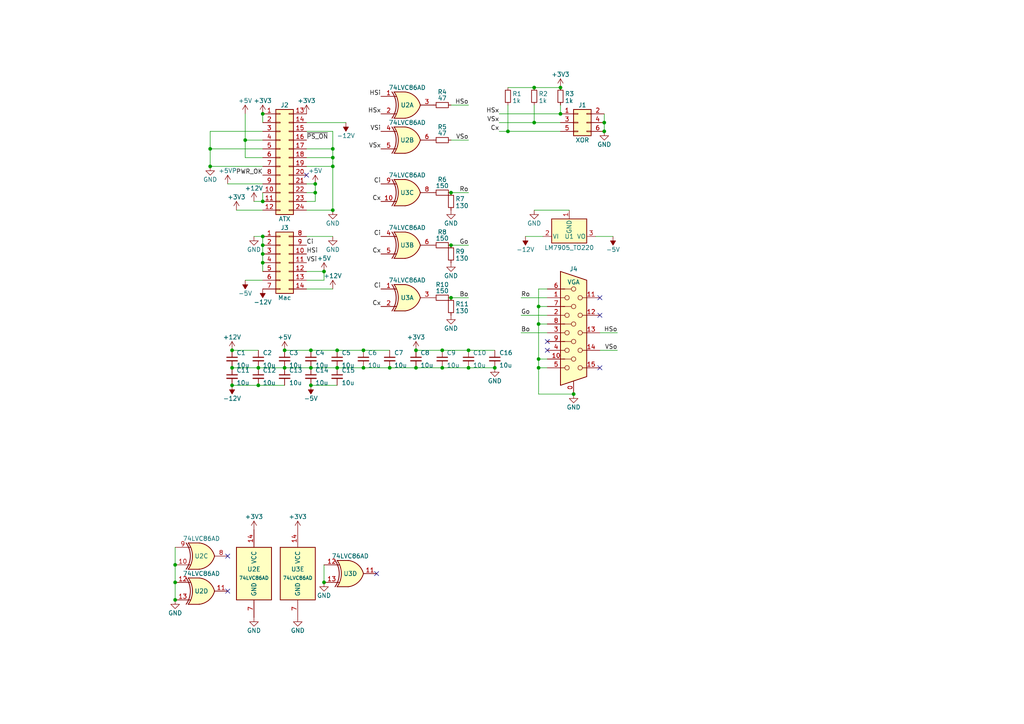
<source format=kicad_sch>
(kicad_sch (version 20211123) (generator eeschema)
  (paper "A4")
  (lib_symbols
    (symbol "74xx:74LS86" (pin_names (offset 1.016))
      (property "Reference" "U" (at 0 1.27 0))
      (property "Value" "74LS86" (at 0 -1.27 0))
      (symbol "74LS86_1_0"
        (arc (start -4.4196 -3.81) (mid -3.2033 0) (end -4.4196 3.81) (stroke (width 0.254)))
        (arc (start -3.81 -3.81) (mid -2.589 0) (end -3.81 3.81) (stroke (width 0.254)))
        (arc (start -0.6096 -3.81) (mid 2.1855 -2.584) (end 3.81 0) (stroke (width 0.254)) (fill (type background)))
        (polyline (pts (xy -3.81 -3.81) (xy -0.635 -3.81)) (stroke (width 0.254)) (fill (type background)))
        (polyline (pts (xy -3.81 3.81) (xy -0.635 3.81)) (stroke (width 0.254)) (fill (type background)))
        (polyline (pts (xy -0.635 3.81) (xy -3.81 3.81) (xy -3.81 3.81) (xy -3.556 3.4036) (xy -3.0226 2.2606) (xy -2.6924 1.0414) (xy -2.6162 -0.254) (xy -2.7686 -1.4986) (xy -3.175 -2.7178) (xy -3.81 -3.81) (xy -3.81 -3.81) (xy -0.635 -3.81)) (stroke (width -25.4)) (fill (type background)))
        (arc (start 3.81 0) (mid 2.1928 2.5925) (end -0.6096 3.81) (stroke (width 0.254)) (fill (type background)))
        (pin input line (at -7.62 2.54 0) (length 4.445) (name "~") (number "1"))
        (pin input line (at -7.62 -2.54 0) (length 4.445) (name "~") (number "2"))
        (pin output line (at 7.62 0 180) (length 3.81) (name "~") (number "3"))
      )
      (symbol "74LS86_1_1"
        (polyline (pts (xy -3.81 -2.54) (xy -3.175 -2.54)) (stroke (width 0.1524)))
        (polyline (pts (xy -3.81 2.54) (xy -3.175 2.54)) (stroke (width 0.1524)))
      )
      (symbol "74LS86_2_0"
        (arc (start -4.4196 -3.81) (mid -3.2033 0) (end -4.4196 3.81) (stroke (width 0.254)))
        (arc (start -3.81 -3.81) (mid -2.589 0) (end -3.81 3.81) (stroke (width 0.254)))
        (arc (start -0.6096 -3.81) (mid 2.1855 -2.584) (end 3.81 0) (stroke (width 0.254)) (fill (type background)))
        (polyline (pts (xy -3.81 -3.81) (xy -0.635 -3.81)) (stroke (width 0.254)) (fill (type background)))
        (polyline (pts (xy -3.81 3.81) (xy -0.635 3.81)) (stroke (width 0.254)) (fill (type background)))
        (polyline (pts (xy -0.635 3.81) (xy -3.81 3.81) (xy -3.81 3.81) (xy -3.556 3.4036) (xy -3.0226 2.2606) (xy -2.6924 1.0414) (xy -2.6162 -0.254) (xy -2.7686 -1.4986) (xy -3.175 -2.7178) (xy -3.81 -3.81) (xy -3.81 -3.81) (xy -0.635 -3.81)) (stroke (width -25.4)) (fill (type background)))
        (arc (start 3.81 0) (mid 2.1928 2.5925) (end -0.6096 3.81) (stroke (width 0.254)) (fill (type background)))
        (pin input line (at -7.62 2.54 0) (length 4.445) (name "~") (number "4"))
        (pin input line (at -7.62 -2.54 0) (length 4.445) (name "~") (number "5"))
        (pin output line (at 7.62 0 180) (length 3.81) (name "~") (number "6"))
      )
      (symbol "74LS86_2_1"
        (polyline (pts (xy -3.81 -2.54) (xy -3.175 -2.54)) (stroke (width 0.1524)))
        (polyline (pts (xy -3.81 2.54) (xy -3.175 2.54)) (stroke (width 0.1524)))
      )
      (symbol "74LS86_3_0"
        (arc (start -4.4196 -3.81) (mid -3.2033 0) (end -4.4196 3.81) (stroke (width 0.254)))
        (arc (start -3.81 -3.81) (mid -2.589 0) (end -3.81 3.81) (stroke (width 0.254)))
        (arc (start -0.6096 -3.81) (mid 2.1855 -2.584) (end 3.81 0) (stroke (width 0.254)) (fill (type background)))
        (polyline (pts (xy -3.81 -3.81) (xy -0.635 -3.81)) (stroke (width 0.254)) (fill (type background)))
        (polyline (pts (xy -3.81 3.81) (xy -0.635 3.81)) (stroke (width 0.254)) (fill (type background)))
        (polyline (pts (xy -0.635 3.81) (xy -3.81 3.81) (xy -3.81 3.81) (xy -3.556 3.4036) (xy -3.0226 2.2606) (xy -2.6924 1.0414) (xy -2.6162 -0.254) (xy -2.7686 -1.4986) (xy -3.175 -2.7178) (xy -3.81 -3.81) (xy -3.81 -3.81) (xy -0.635 -3.81)) (stroke (width -25.4)) (fill (type background)))
        (arc (start 3.81 0) (mid 2.1928 2.5925) (end -0.6096 3.81) (stroke (width 0.254)) (fill (type background)))
        (pin input line (at -7.62 -2.54 0) (length 4.445) (name "~") (number "10"))
        (pin output line (at 7.62 0 180) (length 3.81) (name "~") (number "8"))
        (pin input line (at -7.62 2.54 0) (length 4.445) (name "~") (number "9"))
      )
      (symbol "74LS86_3_1"
        (polyline (pts (xy -3.81 -2.54) (xy -3.175 -2.54)) (stroke (width 0.1524)))
        (polyline (pts (xy -3.81 2.54) (xy -3.175 2.54)) (stroke (width 0.1524)))
      )
      (symbol "74LS86_4_0"
        (arc (start -4.4196 -3.81) (mid -3.2033 0) (end -4.4196 3.81) (stroke (width 0.254)))
        (arc (start -3.81 -3.81) (mid -2.589 0) (end -3.81 3.81) (stroke (width 0.254)))
        (arc (start -0.6096 -3.81) (mid 2.1855 -2.584) (end 3.81 0) (stroke (width 0.254)) (fill (type background)))
        (polyline (pts (xy -3.81 -3.81) (xy -0.635 -3.81)) (stroke (width 0.254)) (fill (type background)))
        (polyline (pts (xy -3.81 3.81) (xy -0.635 3.81)) (stroke (width 0.254)) (fill (type background)))
        (polyline (pts (xy -0.635 3.81) (xy -3.81 3.81) (xy -3.81 3.81) (xy -3.556 3.4036) (xy -3.0226 2.2606) (xy -2.6924 1.0414) (xy -2.6162 -0.254) (xy -2.7686 -1.4986) (xy -3.175 -2.7178) (xy -3.81 -3.81) (xy -3.81 -3.81) (xy -0.635 -3.81)) (stroke (width -25.4)) (fill (type background)))
        (arc (start 3.81 0) (mid 2.1928 2.5925) (end -0.6096 3.81) (stroke (width 0.254)) (fill (type background)))
        (pin output line (at 7.62 0 180) (length 3.81) (name "~") (number "11"))
        (pin input line (at -7.62 2.54 0) (length 4.445) (name "~") (number "12"))
        (pin input line (at -7.62 -2.54 0) (length 4.445) (name "~") (number "13"))
      )
      (symbol "74LS86_4_1"
        (polyline (pts (xy -3.81 -2.54) (xy -3.175 -2.54)) (stroke (width 0.1524)))
        (polyline (pts (xy -3.81 2.54) (xy -3.175 2.54)) (stroke (width 0.1524)))
      )
      (symbol "74LS86_5_0"
        (pin power_in line (at 0 12.7 270) (length 5.08) (name "VCC") (number "14"))
        (pin power_in line (at 0 -12.7 90) (length 5.08) (name "GND") (number "7"))
      )
      (symbol "74LS86_5_1"
        (rectangle (start -5.08 7.62) (end 5.08 -7.62) (stroke (width 0.254)) (fill (type background)))
      )
    )
    (symbol "Connector:DB15_Female_HighDensity_MountingHoles" (pin_names (offset 1.016) hide)
      (property "Reference" "J" (at 0 21.59 0))
      (property "Value" "DB15_Female_HighDensity_MountingHoles" (at 0 19.05 0))
      (symbol "DB15_Female_HighDensity_MountingHoles_0_1"
        (circle (center -1.905 -10.16) (radius 0.635))
        (circle (center -1.905 -5.08) (radius 0.635))
        (circle (center -1.905 0) (radius 0.635))
        (circle (center -1.905 5.08) (radius 0.635))
        (circle (center -1.905 10.16) (radius 0.635))
        (circle (center 0 -7.62) (radius 0.635))
        (circle (center 0 -2.54) (radius 0.635))
        (polyline (pts (xy -3.175 7.62) (xy -0.635 7.62)))
        (polyline (pts (xy -0.635 -7.62) (xy -3.175 -7.62)))
        (polyline (pts (xy -0.635 -2.54) (xy -3.175 -2.54)))
        (polyline (pts (xy -0.635 2.54) (xy -3.175 2.54)))
        (polyline (pts (xy -0.635 12.7) (xy -3.175 12.7)))
        (polyline (pts (xy -3.81 17.78) (xy -3.81 -15.24) (xy 3.81 -12.7) (xy 3.81 15.24) (xy -3.81 17.78)) (stroke (width 0.254)) (fill (type background)))
        (circle (center 0 2.54) (radius 0.635))
        (circle (center 0 7.62) (radius 0.635))
        (circle (center 0 12.7) (radius 0.635))
        (circle (center 1.905 -10.16) (radius 0.635))
        (circle (center 1.905 -5.08) (radius 0.635))
        (circle (center 1.905 0) (radius 0.635))
        (circle (center 1.905 5.08) (radius 0.635))
        (circle (center 1.905 10.16) (radius 0.635))
      )
      (symbol "DB15_Female_HighDensity_MountingHoles_1_1"
        (pin passive line (at 0 -17.78 90) (length 3.81) (name "~") (number "0"))
        (pin passive line (at -7.62 10.16 0) (length 5.08) (name "~") (number "1"))
        (pin passive line (at -7.62 -7.62 0) (length 5.08) (name "~") (number "10"))
        (pin passive line (at 7.62 10.16 180) (length 5.08) (name "~") (number "11"))
        (pin passive line (at 7.62 5.08 180) (length 5.08) (name "~") (number "12"))
        (pin passive line (at 7.62 0 180) (length 5.08) (name "~") (number "13"))
        (pin passive line (at 7.62 -5.08 180) (length 5.08) (name "~") (number "14"))
        (pin passive line (at 7.62 -10.16 180) (length 5.08) (name "~") (number "15"))
        (pin passive line (at -7.62 5.08 0) (length 5.08) (name "~") (number "2"))
        (pin passive line (at -7.62 0 0) (length 5.08) (name "~") (number "3"))
        (pin passive line (at -7.62 -5.08 0) (length 5.08) (name "~") (number "4"))
        (pin passive line (at -7.62 -10.16 0) (length 5.08) (name "~") (number "5"))
        (pin passive line (at -7.62 12.7 0) (length 5.08) (name "~") (number "6"))
        (pin passive line (at -7.62 7.62 0) (length 5.08) (name "~") (number "7"))
        (pin passive line (at -7.62 2.54 0) (length 5.08) (name "~") (number "8"))
        (pin passive line (at -7.62 -2.54 0) (length 5.08) (name "~") (number "9"))
      )
    )
    (symbol "Connector_Generic:Conn_02x03_Odd_Even" (pin_names (offset 1.016) hide)
      (property "Reference" "J" (at 1.27 5.08 0))
      (property "Value" "Conn_02x03_Odd_Even" (at 1.27 -5.08 0))
      (symbol "Conn_02x03_Odd_Even_1_1"
        (rectangle (start -1.27 -2.413) (end 0 -2.667) (stroke (width 0.1524)))
        (rectangle (start -1.27 0.127) (end 0 -0.127) (stroke (width 0.1524)))
        (rectangle (start -1.27 2.667) (end 0 2.413) (stroke (width 0.1524)))
        (rectangle (start -1.27 3.81) (end 3.81 -3.81) (stroke (width 0.254)) (fill (type background)))
        (rectangle (start 3.81 -2.413) (end 2.54 -2.667) (stroke (width 0.1524)))
        (rectangle (start 3.81 0.127) (end 2.54 -0.127) (stroke (width 0.1524)))
        (rectangle (start 3.81 2.667) (end 2.54 2.413) (stroke (width 0.1524)))
        (pin passive line (at -5.08 2.54 0) (length 3.81) (name "Pin_1") (number "1"))
        (pin passive line (at 7.62 2.54 180) (length 3.81) (name "Pin_2") (number "2"))
        (pin passive line (at -5.08 0 0) (length 3.81) (name "Pin_3") (number "3"))
        (pin passive line (at 7.62 0 180) (length 3.81) (name "Pin_4") (number "4"))
        (pin passive line (at -5.08 -2.54 0) (length 3.81) (name "Pin_5") (number "5"))
        (pin passive line (at 7.62 -2.54 180) (length 3.81) (name "Pin_6") (number "6"))
      )
    )
    (symbol "Connector_Generic:Conn_02x07_Top_Bottom" (pin_names (offset 1.016) hide)
      (property "Reference" "J" (at 1.27 10.16 0))
      (property "Value" "Conn_02x07_Top_Bottom" (at 1.27 -10.16 0))
      (symbol "Conn_02x07_Top_Bottom_1_1"
        (rectangle (start -1.27 -7.493) (end 0 -7.747) (stroke (width 0.1524)))
        (rectangle (start -1.27 -4.953) (end 0 -5.207) (stroke (width 0.1524)))
        (rectangle (start -1.27 -2.413) (end 0 -2.667) (stroke (width 0.1524)))
        (rectangle (start -1.27 0.127) (end 0 -0.127) (stroke (width 0.1524)))
        (rectangle (start -1.27 2.667) (end 0 2.413) (stroke (width 0.1524)))
        (rectangle (start -1.27 5.207) (end 0 4.953) (stroke (width 0.1524)))
        (rectangle (start -1.27 7.747) (end 0 7.493) (stroke (width 0.1524)))
        (rectangle (start -1.27 8.89) (end 3.81 -8.89) (stroke (width 0.254)) (fill (type background)))
        (rectangle (start 3.81 -7.493) (end 2.54 -7.747) (stroke (width 0.1524)))
        (rectangle (start 3.81 -4.953) (end 2.54 -5.207) (stroke (width 0.1524)))
        (rectangle (start 3.81 -2.413) (end 2.54 -2.667) (stroke (width 0.1524)))
        (rectangle (start 3.81 0.127) (end 2.54 -0.127) (stroke (width 0.1524)))
        (rectangle (start 3.81 2.667) (end 2.54 2.413) (stroke (width 0.1524)))
        (rectangle (start 3.81 5.207) (end 2.54 4.953) (stroke (width 0.1524)))
        (rectangle (start 3.81 7.747) (end 2.54 7.493) (stroke (width 0.1524)))
        (pin passive line (at -5.08 7.62 0) (length 3.81) (name "Pin_1") (number "1"))
        (pin passive line (at 7.62 2.54 180) (length 3.81) (name "Pin_10") (number "10"))
        (pin passive line (at 7.62 0 180) (length 3.81) (name "Pin_11") (number "11"))
        (pin passive line (at 7.62 -2.54 180) (length 3.81) (name "Pin_12") (number "12"))
        (pin passive line (at 7.62 -5.08 180) (length 3.81) (name "Pin_13") (number "13"))
        (pin passive line (at 7.62 -7.62 180) (length 3.81) (name "Pin_14") (number "14"))
        (pin passive line (at -5.08 5.08 0) (length 3.81) (name "Pin_2") (number "2"))
        (pin passive line (at -5.08 2.54 0) (length 3.81) (name "Pin_3") (number "3"))
        (pin passive line (at -5.08 0 0) (length 3.81) (name "Pin_4") (number "4"))
        (pin passive line (at -5.08 -2.54 0) (length 3.81) (name "Pin_5") (number "5"))
        (pin passive line (at -5.08 -5.08 0) (length 3.81) (name "Pin_6") (number "6"))
        (pin passive line (at -5.08 -7.62 0) (length 3.81) (name "Pin_7") (number "7"))
        (pin passive line (at 7.62 7.62 180) (length 3.81) (name "Pin_8") (number "8"))
        (pin passive line (at 7.62 5.08 180) (length 3.81) (name "Pin_9") (number "9"))
      )
    )
    (symbol "Connector_Generic:Conn_02x12_Top_Bottom" (pin_names (offset 1.016) hide)
      (property "Reference" "J" (at 1.27 15.24 0))
      (property "Value" "Conn_02x12_Top_Bottom" (at 1.27 -17.78 0))
      (symbol "Conn_02x12_Top_Bottom_1_1"
        (rectangle (start -1.27 -15.113) (end 0 -15.367) (stroke (width 0.1524)))
        (rectangle (start -1.27 -12.573) (end 0 -12.827) (stroke (width 0.1524)))
        (rectangle (start -1.27 -10.033) (end 0 -10.287) (stroke (width 0.1524)))
        (rectangle (start -1.27 -7.493) (end 0 -7.747) (stroke (width 0.1524)))
        (rectangle (start -1.27 -4.953) (end 0 -5.207) (stroke (width 0.1524)))
        (rectangle (start -1.27 -2.413) (end 0 -2.667) (stroke (width 0.1524)))
        (rectangle (start -1.27 0.127) (end 0 -0.127) (stroke (width 0.1524)))
        (rectangle (start -1.27 2.667) (end 0 2.413) (stroke (width 0.1524)))
        (rectangle (start -1.27 5.207) (end 0 4.953) (stroke (width 0.1524)))
        (rectangle (start -1.27 7.747) (end 0 7.493) (stroke (width 0.1524)))
        (rectangle (start -1.27 10.287) (end 0 10.033) (stroke (width 0.1524)))
        (rectangle (start -1.27 12.827) (end 0 12.573) (stroke (width 0.1524)))
        (rectangle (start -1.27 13.97) (end 3.81 -16.51) (stroke (width 0.254)) (fill (type background)))
        (rectangle (start 3.81 -15.113) (end 2.54 -15.367) (stroke (width 0.1524)))
        (rectangle (start 3.81 -12.573) (end 2.54 -12.827) (stroke (width 0.1524)))
        (rectangle (start 3.81 -10.033) (end 2.54 -10.287) (stroke (width 0.1524)))
        (rectangle (start 3.81 -7.493) (end 2.54 -7.747) (stroke (width 0.1524)))
        (rectangle (start 3.81 -4.953) (end 2.54 -5.207) (stroke (width 0.1524)))
        (rectangle (start 3.81 -2.413) (end 2.54 -2.667) (stroke (width 0.1524)))
        (rectangle (start 3.81 0.127) (end 2.54 -0.127) (stroke (width 0.1524)))
        (rectangle (start 3.81 2.667) (end 2.54 2.413) (stroke (width 0.1524)))
        (rectangle (start 3.81 5.207) (end 2.54 4.953) (stroke (width 0.1524)))
        (rectangle (start 3.81 7.747) (end 2.54 7.493) (stroke (width 0.1524)))
        (rectangle (start 3.81 10.287) (end 2.54 10.033) (stroke (width 0.1524)))
        (rectangle (start 3.81 12.827) (end 2.54 12.573) (stroke (width 0.1524)))
        (pin passive line (at -5.08 12.7 0) (length 3.81) (name "Pin_1") (number "1"))
        (pin passive line (at -5.08 -10.16 0) (length 3.81) (name "Pin_10") (number "10"))
        (pin passive line (at -5.08 -12.7 0) (length 3.81) (name "Pin_11") (number "11"))
        (pin passive line (at -5.08 -15.24 0) (length 3.81) (name "Pin_12") (number "12"))
        (pin passive line (at 7.62 12.7 180) (length 3.81) (name "Pin_13") (number "13"))
        (pin passive line (at 7.62 10.16 180) (length 3.81) (name "Pin_14") (number "14"))
        (pin passive line (at 7.62 7.62 180) (length 3.81) (name "Pin_15") (number "15"))
        (pin passive line (at 7.62 5.08 180) (length 3.81) (name "Pin_16") (number "16"))
        (pin passive line (at 7.62 2.54 180) (length 3.81) (name "Pin_17") (number "17"))
        (pin passive line (at 7.62 0 180) (length 3.81) (name "Pin_18") (number "18"))
        (pin passive line (at 7.62 -2.54 180) (length 3.81) (name "Pin_19") (number "19"))
        (pin passive line (at -5.08 10.16 0) (length 3.81) (name "Pin_2") (number "2"))
        (pin passive line (at 7.62 -5.08 180) (length 3.81) (name "Pin_20") (number "20"))
        (pin passive line (at 7.62 -7.62 180) (length 3.81) (name "Pin_21") (number "21"))
        (pin passive line (at 7.62 -10.16 180) (length 3.81) (name "Pin_22") (number "22"))
        (pin passive line (at 7.62 -12.7 180) (length 3.81) (name "Pin_23") (number "23"))
        (pin passive line (at 7.62 -15.24 180) (length 3.81) (name "Pin_24") (number "24"))
        (pin passive line (at -5.08 7.62 0) (length 3.81) (name "Pin_3") (number "3"))
        (pin passive line (at -5.08 5.08 0) (length 3.81) (name "Pin_4") (number "4"))
        (pin passive line (at -5.08 2.54 0) (length 3.81) (name "Pin_5") (number "5"))
        (pin passive line (at -5.08 0 0) (length 3.81) (name "Pin_6") (number "6"))
        (pin passive line (at -5.08 -2.54 0) (length 3.81) (name "Pin_7") (number "7"))
        (pin passive line (at -5.08 -5.08 0) (length 3.81) (name "Pin_8") (number "8"))
        (pin passive line (at -5.08 -7.62 0) (length 3.81) (name "Pin_9") (number "9"))
      )
    )
    (symbol "Device:C_Small" (pin_numbers hide) (pin_names (offset 0.254) hide)
      (property "Reference" "C" (at 0.254 1.778 0))
      (property "Value" "C_Small" (at 0.254 -2.032 0))
      (symbol "C_Small_0_1"
        (polyline (pts (xy -1.524 -0.508) (xy 1.524 -0.508)) (stroke (width 0.3302)))
        (polyline (pts (xy -1.524 0.508) (xy 1.524 0.508)) (stroke (width 0.3048)))
      )
      (symbol "C_Small_1_1"
        (pin passive line (at 0 2.54 270) (length 2.032) (name "~") (number "1"))
        (pin passive line (at 0 -2.54 90) (length 2.032) (name "~") (number "2"))
      )
    )
    (symbol "Device:R_Small" (pin_numbers hide) (pin_names (offset 0.254) hide)
      (property "Reference" "R" (at 0.762 0.508 0))
      (property "Value" "R_Small" (at 0.762 -1.016 0))
      (symbol "R_Small_0_1"
        (rectangle (start -0.762 1.778) (end 0.762 -1.778) (stroke (width 0.2032)))
      )
      (symbol "R_Small_1_1"
        (pin passive line (at 0 2.54 270) (length 0.762) (name "~") (number "1"))
        (pin passive line (at 0 -2.54 90) (length 0.762) (name "~") (number "2"))
      )
    )
    (symbol "Regulator_Linear:LM7905_TO220" (pin_names (offset 0.254))
      (property "Reference" "U" (at -3.81 -3.175 0))
      (property "Value" "LM7905_TO220" (at 0 -3.175 0))
      (symbol "LM7905_TO220_0_1"
        (rectangle (start -5.08 5.08) (end 5.08 -1.905) (stroke (width 0.254)) (fill (type background)))
      )
      (symbol "LM7905_TO220_1_1"
        (pin power_in line (at 0 7.62 270) (length 2.54) (name "GND") (number "1"))
        (pin power_in line (at -7.62 0 0) (length 2.54) (name "VI") (number "2"))
        (pin power_out line (at 7.62 0 180) (length 2.54) (name "VO") (number "3"))
      )
    )
    (symbol "power:+12V" (power) (pin_names (offset 0))
      (property "Value" "+12V" (at 0 3.556 0))
      (symbol "+12V_0_1"
        (polyline (pts (xy -0.762 1.27) (xy 0 2.54)))
        (polyline (pts (xy 0 0) (xy 0 2.54)))
        (polyline (pts (xy 0 2.54) (xy 0.762 1.27)))
      )
      (symbol "+12V_1_1"
        (pin power_in line (at 0 0 90) (length 0) hide (name "+12V") (number "1"))
      )
    )
    (symbol "power:+3V3" (power) (pin_names (offset 0))
      (property "Value" "+3V3" (at 0 3.556 0))
      (symbol "+3V3_0_1"
        (polyline (pts (xy -0.762 1.27) (xy 0 2.54)))
        (polyline (pts (xy 0 0) (xy 0 2.54)))
        (polyline (pts (xy 0 2.54) (xy 0.762 1.27)))
      )
      (symbol "+3V3_1_1"
        (pin power_in line (at 0 0 90) (length 0) hide (name "+3V3") (number "1"))
      )
    )
    (symbol "power:+5V" (power) (pin_names (offset 0))
      (property "Value" "+5V" (at 0 3.556 0))
      (symbol "+5V_0_1"
        (polyline (pts (xy -0.762 1.27) (xy 0 2.54)))
        (polyline (pts (xy 0 0) (xy 0 2.54)))
        (polyline (pts (xy 0 2.54) (xy 0.762 1.27)))
      )
      (symbol "+5V_1_1"
        (pin power_in line (at 0 0 90) (length 0) hide (name "+5V") (number "1"))
      )
    )
    (symbol "power:+5VP" (power) (pin_names (offset 0))
      (property "Value" "+5VP" (at 0 3.556 0))
      (symbol "+5VP_0_1"
        (polyline (pts (xy -0.762 1.27) (xy 0 2.54)))
        (polyline (pts (xy 0 0) (xy 0 2.54)))
        (polyline (pts (xy 0 2.54) (xy 0.762 1.27)))
      )
      (symbol "+5VP_1_1"
        (pin power_in line (at 0 0 90) (length 0) hide (name "+5VP") (number "1"))
      )
    )
    (symbol "power:-12V" (power) (pin_names (offset 0))
      (property "Value" "-12V" (at 0 3.81 0))
      (symbol "-12V_0_0"
        (pin power_in line (at 0 0 90) (length 0) hide (name "-12V") (number "1"))
      )
      (symbol "-12V_0_1"
        (polyline (pts (xy 0 0) (xy 0 1.27) (xy 0.762 1.27) (xy 0 2.54) (xy -0.762 1.27) (xy 0 1.27)) (fill (type outline)))
      )
    )
    (symbol "power:-5V" (power) (pin_names (offset 0))
      (property "Value" "-5V" (at 0 3.81 0))
      (symbol "-5V_0_0"
        (pin power_in line (at 0 0 90) (length 0) hide (name "-5V") (number "1"))
      )
      (symbol "-5V_0_1"
        (polyline (pts (xy 0 0) (xy 0 1.27) (xy 0.762 1.27) (xy 0 2.54) (xy -0.762 1.27) (xy 0 1.27)) (fill (type outline)))
      )
    )
    (symbol "power:GND" (power) (pin_names (offset 0))
      (property "Value" "GND" (at 0 -3.81 0))
      (symbol "GND_0_1"
        (polyline (pts (xy 0 0) (xy 0 -1.27) (xy 1.27 -1.27) (xy 0 -2.54) (xy -1.27 -1.27) (xy 0 -1.27)))
      )
      (symbol "GND_1_1"
        (pin power_in line (at 0 0 270) (length 0) hide (name "GND") (number "1"))
      )
    )
  )
  (junction (at 135.89 101.6))
  (junction (at 96.52 45.72))
  (junction (at 130.81 55.88))
  (junction (at 162.56 25.4))
  (junction (at 105.41 101.6))
  (junction (at 156.21 88.9))
  (junction (at 162.56 33.02))
  (junction (at 156.21 104.14))
  (junction (at 97.79 101.6))
  (junction (at 120.65 101.6))
  (junction (at 90.17 111.76))
  (junction (at 91.44 55.88))
  (junction (at 74.93 111.76))
  (junction (at 105.41 106.68))
  (junction (at 128.27 101.6))
  (junction (at 67.31 106.68))
  (junction (at 96.52 48.26))
  (junction (at 96.52 43.18))
  (junction (at 130.81 71.12))
  (junction (at 135.89 106.68))
  (junction (at 156.21 106.68))
  (junction (at 175.26 35.56))
  (junction (at 93.98 168.91))
  (junction (at 154.94 35.56))
  (junction (at 143.51 106.68))
  (junction (at 76.2 33.02))
  (junction (at 82.55 106.68))
  (junction (at 91.44 53.34))
  (junction (at 76.2 68.58))
  (junction (at 113.03 106.68))
  (junction (at 147.32 38.1))
  (junction (at 76.2 76.2))
  (junction (at 74.93 106.68))
  (junction (at 60.96 48.26))
  (junction (at 50.8 173.99))
  (junction (at 76.2 71.12))
  (junction (at 50.8 168.91))
  (junction (at 76.2 73.66))
  (junction (at 96.52 60.96))
  (junction (at 93.98 78.74))
  (junction (at 97.79 106.68))
  (junction (at 50.8 163.83))
  (junction (at 166.37 114.3))
  (junction (at 76.2 58.42))
  (junction (at 71.12 40.64))
  (junction (at 90.17 106.68))
  (junction (at 154.94 25.4))
  (junction (at 130.81 86.36))
  (junction (at 128.27 106.68))
  (junction (at 175.26 38.1))
  (junction (at 90.17 101.6))
  (junction (at 120.65 106.68))
  (junction (at 82.55 101.6))
  (junction (at 67.31 111.76))
  (junction (at 60.96 43.18))
  (junction (at 156.21 93.98))
  (junction (at 67.31 101.6))
  (no_connect (at 158.75 101.6))
  (no_connect (at 158.75 99.06))
  (no_connect (at 173.99 91.44))
  (no_connect (at 173.99 86.36))
  (no_connect (at 173.99 106.68))
  (no_connect (at 88.9 50.8))
  (no_connect (at 66.04 171.45))
  (no_connect (at 66.04 161.29))
  (no_connect (at 109.22 166.37))
  (wire (pts (xy 88.9 53.34) (xy 91.44 53.34)))
  (wire (pts (xy 60.96 38.1) (xy 76.2 38.1)))
  (wire (pts (xy 71.12 40.64) (xy 71.12 45.72)))
  (wire (pts (xy 175.26 35.56) (xy 175.26 38.1)))
  (wire (pts (xy 66.04 53.34) (xy 76.2 53.34)))
  (wire (pts (xy 151.13 86.36) (xy 158.75 86.36)))
  (wire (pts (xy 93.98 163.83) (xy 93.98 168.91)))
  (wire (pts (xy 152.4 68.58) (xy 157.48 68.58)))
  (wire (pts (xy 120.65 101.6) (xy 128.27 101.6)))
  (wire (pts (xy 67.31 101.6) (xy 74.93 101.6)))
  (wire (pts (xy 156.21 106.68) (xy 158.75 106.68)))
  (wire (pts (xy 156.21 93.98) (xy 158.75 93.98)))
  (wire (pts (xy 156.21 88.9) (xy 158.75 88.9)))
  (wire (pts (xy 60.96 43.18) (xy 76.2 43.18)))
  (wire (pts (xy 76.2 68.58) (xy 76.2 71.12)))
  (wire (pts (xy 113.03 106.68) (xy 120.65 106.68)))
  (wire (pts (xy 130.81 71.12) (xy 135.89 71.12)))
  (wire (pts (xy 60.96 43.18) (xy 60.96 38.1)))
  (wire (pts (xy 135.89 101.6) (xy 143.51 101.6)))
  (wire (pts (xy 91.44 55.88) (xy 91.44 58.42)))
  (wire (pts (xy 90.17 111.76) (xy 97.79 111.76)))
  (wire (pts (xy 88.9 60.96) (xy 96.52 60.96)))
  (wire (pts (xy 88.9 68.58) (xy 96.52 68.58)))
  (wire (pts (xy 88.9 35.56) (xy 100.33 35.56)))
  (wire (pts (xy 156.21 83.82) (xy 156.21 88.9)))
  (wire (pts (xy 88.9 55.88) (xy 91.44 55.88)))
  (wire (pts (xy 88.9 38.1) (xy 96.52 38.1)))
  (wire (pts (xy 128.27 101.6) (xy 135.89 101.6)))
  (wire (pts (xy 90.17 101.6) (xy 97.79 101.6)))
  (wire (pts (xy 135.89 106.68) (xy 143.51 106.68)))
  (wire (pts (xy 93.98 81.28) (xy 93.98 78.74)))
  (wire (pts (xy 130.81 55.88) (xy 135.89 55.88)))
  (wire (pts (xy 88.9 48.26) (xy 96.52 48.26)))
  (wire (pts (xy 50.8 163.83) (xy 50.8 168.91)))
  (wire (pts (xy 97.79 101.6) (xy 105.41 101.6)))
  (wire (pts (xy 156.21 104.14) (xy 158.75 104.14)))
  (wire (pts (xy 158.75 83.82) (xy 156.21 83.82)))
  (wire (pts (xy 74.93 106.68) (xy 82.55 106.68)))
  (wire (pts (xy 91.44 58.42) (xy 88.9 58.42)))
  (wire (pts (xy 76.2 33.02) (xy 76.2 35.56)))
  (wire (pts (xy 105.41 101.6) (xy 113.03 101.6)))
  (wire (pts (xy 82.55 106.68) (xy 90.17 106.68)))
  (wire (pts (xy 130.81 40.64) (xy 135.89 40.64)))
  (wire (pts (xy 76.2 76.2) (xy 76.2 78.74)))
  (wire (pts (xy 147.32 30.48) (xy 147.32 38.1)))
  (wire (pts (xy 105.41 106.68) (xy 113.03 106.68)))
  (wire (pts (xy 88.9 43.18) (xy 96.52 43.18)))
  (wire (pts (xy 128.27 106.68) (xy 135.89 106.68)))
  (wire (pts (xy 50.8 168.91) (xy 50.8 173.99)))
  (wire (pts (xy 91.44 53.34) (xy 91.44 55.88)))
  (wire (pts (xy 67.31 106.68) (xy 74.93 106.68)))
  (wire (pts (xy 68.58 60.96) (xy 76.2 60.96)))
  (wire (pts (xy 76.2 73.66) (xy 76.2 76.2)))
  (wire (pts (xy 96.52 43.18) (xy 96.52 45.72)))
  (wire (pts (xy 71.12 81.28) (xy 76.2 81.28)))
  (wire (pts (xy 88.9 81.28) (xy 93.98 81.28)))
  (wire (pts (xy 74.93 111.76) (xy 82.55 111.76)))
  (wire (pts (xy 144.78 33.02) (xy 162.56 33.02)))
  (wire (pts (xy 175.26 33.02) (xy 175.26 35.56)))
  (wire (pts (xy 97.79 106.68) (xy 105.41 106.68)))
  (wire (pts (xy 154.94 35.56) (xy 154.94 30.48)))
  (wire (pts (xy 90.17 106.68) (xy 97.79 106.68)))
  (wire (pts (xy 173.99 101.6) (xy 179.07 101.6)))
  (wire (pts (xy 60.96 48.26) (xy 76.2 48.26)))
  (wire (pts (xy 88.9 83.82) (xy 96.52 83.82)))
  (wire (pts (xy 156.21 104.14) (xy 156.21 106.68)))
  (wire (pts (xy 88.9 78.74) (xy 93.98 78.74)))
  (wire (pts (xy 96.52 48.26) (xy 96.52 60.96)))
  (wire (pts (xy 76.2 71.12) (xy 76.2 73.66)))
  (wire (pts (xy 71.12 45.72) (xy 76.2 45.72)))
  (wire (pts (xy 147.32 38.1) (xy 162.56 38.1)))
  (wire (pts (xy 73.66 58.42) (xy 76.2 58.42)))
  (wire (pts (xy 144.78 35.56) (xy 154.94 35.56)))
  (wire (pts (xy 151.13 91.44) (xy 158.75 91.44)))
  (wire (pts (xy 154.94 35.56) (xy 162.56 35.56)))
  (wire (pts (xy 76.2 58.42) (xy 76.2 55.88)))
  (wire (pts (xy 154.94 25.4) (xy 162.56 25.4)))
  (wire (pts (xy 130.81 86.36) (xy 135.89 86.36)))
  (wire (pts (xy 154.94 60.96) (xy 165.1 60.96)))
  (wire (pts (xy 144.78 38.1) (xy 147.32 38.1)))
  (wire (pts (xy 96.52 45.72) (xy 96.52 48.26)))
  (wire (pts (xy 173.99 96.52) (xy 179.07 96.52)))
  (wire (pts (xy 130.81 30.48) (xy 135.89 30.48)))
  (wire (pts (xy 82.55 101.6) (xy 90.17 101.6)))
  (wire (pts (xy 67.31 111.76) (xy 74.93 111.76)))
  (wire (pts (xy 71.12 33.02) (xy 71.12 40.64)))
  (wire (pts (xy 151.13 96.52) (xy 158.75 96.52)))
  (wire (pts (xy 96.52 38.1) (xy 96.52 43.18)))
  (wire (pts (xy 162.56 33.02) (xy 162.56 30.48)))
  (wire (pts (xy 166.37 114.3) (xy 156.21 114.3)))
  (wire (pts (xy 50.8 158.75) (xy 50.8 163.83)))
  (wire (pts (xy 60.96 48.26) (xy 60.96 43.18)))
  (wire (pts (xy 147.32 25.4) (xy 154.94 25.4)))
  (wire (pts (xy 156.21 114.3) (xy 156.21 106.68)))
  (wire (pts (xy 120.65 106.68) (xy 128.27 106.68)))
  (wire (pts (xy 71.12 40.64) (xy 76.2 40.64)))
  (wire (pts (xy 156.21 93.98) (xy 156.21 104.14)))
  (wire (pts (xy 156.21 88.9) (xy 156.21 93.98)))
  (wire (pts (xy 88.9 45.72) (xy 96.52 45.72)))
  (wire (pts (xy 73.66 68.58) (xy 76.2 68.58)))
  (wire (pts (xy 172.72 68.58) (xy 177.8 68.58)))
  (label "VSi" (at 88.9 76.2 0))
  (label "Cx" (at 144.78 38.1 180))
  (label "HSo" (at 179.07 96.52 180))
  (label "Ro" (at 151.13 86.36 0))
  (label "Bo" (at 151.13 96.52 0))
  (label "Go" (at 151.13 91.44 0))
  (label "Ci" (at 110.49 53.34 180))
  (label "Go" (at 135.89 71.12 180))
  (label "Ci" (at 88.9 71.12 0))
  (label "PWR_OK" (at 76.2 50.8 180))
  (label "VSx" (at 110.49 43.18 180))
  (label "Cx" (at 110.49 73.66 180))
  (label "VSo" (at 179.07 101.6 180))
  (label "Cx" (at 110.49 88.9 180))
  (label "VSo" (at 135.89 40.64 180))
  (label "Cx" (at 110.49 58.42 180))
  (label "HSx" (at 110.49 33.02 180))
  (label "Ci" (at 110.49 83.82 180))
  (label "Bo" (at 135.89 86.36 180))
  (label "HSx" (at 144.78 33.02 180))
  (label "HSi" (at 88.9 73.66 0))
  (label "VSx" (at 144.78 35.56 180))
  (label "HSi" (at 110.49 27.94 180))
  (label "~{PS_ON}" (at 88.9 40.64 0))
  (label "Ro" (at 135.89 55.88 180))
  (label "HSo" (at 135.89 30.48 180))
  (label "VSi" (at 110.49 38.1 180))
  (label "Ci" (at 110.49 68.58 180))
  (symbol (lib_id "power:+3V3") (at 86.36 153.67 0) (unit 1)
    (property "Reference" "#PWR0118" (effects hide))
    (property "Value" "+3V3" (at 86.36 149.86 0))
  )
  (symbol (lib_id "Device:C_Small") (at 135.89 104.14 0) (unit 1)
    (property "Reference" "C10" (at 137.16 101.6 0) (effects (justify left top)))
    (property "Value" "10u" (at 137.16 106.68 0) (effects (justify left bottom)))
    (property "Footprint" "stdpads:C_0805" (effects hide))
    (property "LCSC Part" "C15850" (effects hide))
  )
  (symbol (lib_id "power:-5V") (at 71.12 81.28 180) (unit 1)
    (property "Reference" "#PWR0109" (effects hide))
    (property "Value" "-5V" (at 71.12 85.09 0))
  )
  (symbol (lib_id "74xx:74LS86") (at 58.42 171.45 0) (unit 4)
    (property "Reference" "U2" (at 58.42 171.45 0))
    (property "Value" "74LVC86AD" (at 58.42 166.37 0))
    (property "Footprint" "stdpads:SOIC-14_3.9mm" (effects hide))
    (property "Datasheet" "74xx/74ls86.pdf" (effects hide))
    (property "LCSC Part" "C548853" (effects hide))
  )
  (symbol (lib_id "power:-12V") (at 76.2 83.82 180) (unit 1)
    (property "Reference" "#PWR0110" (effects hide))
    (property "Value" "-12V" (at 76.2 87.63 0))
  )
  (symbol (lib_id "power:+12V") (at 73.66 58.42 0) (unit 1)
    (property "Reference" "#PWR0129" (effects hide))
    (property "Value" "+12V" (at 73.66 54.61 0))
  )
  (symbol (lib_id "power:GND") (at 166.37 114.3 0) (unit 1)
    (property "Reference" "#PWR0135" (effects hide))
    (property "Value" "GND" (at 166.37 118.11 0))
  )
  (symbol (lib_id "Device:C_Small") (at 90.17 104.14 0) (unit 1)
    (property "Reference" "C4" (at 91.44 101.6 0) (effects (justify left top)))
    (property "Value" "10u" (at 91.44 106.68 0) (effects (justify left bottom)))
    (property "Footprint" "stdpads:C_0805" (effects hide))
    (property "LCSC Part" "C15850" (effects hide))
  )
  (symbol (lib_id "74xx:74LS86") (at 118.11 40.64 0) (unit 2)
    (property "Reference" "U2" (at 118.11 40.64 0))
    (property "Value" "74LVC86AD" (at 118.11 35.56 0))
    (property "Footprint" "stdpads:SOIC-14_3.9mm" (effects hide))
    (property "Datasheet" "74xx/74ls86.pdf" (effects hide))
    (property "LCSC Part" "C548853" (effects hide))
  )
  (symbol (lib_id "74xx:74LS86") (at 118.11 55.88 0) (unit 3)
    (property "Reference" "U3" (at 118.11 55.88 0))
    (property "Value" "74LVC86AD" (at 118.11 50.8 0))
    (property "Footprint" "stdpads:SOIC-14_3.9mm" (effects hide))
    (property "Datasheet" "74xx/74ls86.pdf" (effects hide))
    (property "LCSC Part" "C548853" (effects hide))
  )
  (symbol (lib_id "power:-5V") (at 90.17 111.76 180) (unit 1)
    (property "Reference" "#PWR0121" (effects hide))
    (property "Value" "-5V" (at 90.17 115.57 0))
  )
  (symbol (lib_id "power:GND") (at 175.26 38.1 0) (unit 1)
    (property "Reference" "#PWR0101" (effects hide))
    (property "Value" "GND" (at 175.26 41.91 0))
  )
  (symbol (lib_id "Device:C_Small") (at 143.51 104.14 0) (unit 1)
    (property "Reference" "C16" (at 144.78 101.6 0) (effects (justify left top)))
    (property "Value" "10u" (at 144.78 106.68 0) (effects (justify left bottom)))
    (property "Footprint" "stdpads:C_0805" (effects hide))
    (property "LCSC Part" "C15850" (effects hide))
  )
  (symbol (lib_id "74xx:74LS86") (at 118.11 71.12 0) (unit 2)
    (property "Reference" "U3" (at 118.11 71.12 0))
    (property "Value" "74LVC86AD" (at 118.11 66.04 0))
    (property "Footprint" "stdpads:SOIC-14_3.9mm" (effects hide))
    (property "Datasheet" "74xx/74ls86.pdf" (effects hide))
    (property "LCSC Part" "C548853" (effects hide))
  )
  (symbol (lib_id "power:-12V") (at 67.31 111.76 180) (unit 1)
    (property "Reference" "#PWR0120" (effects hide))
    (property "Value" "-12V" (at 67.31 115.57 0))
  )
  (symbol (lib_id "Device:C_Small") (at 120.65 104.14 0) (unit 1)
    (property "Reference" "C8" (at 121.92 101.6 0) (effects (justify left top)))
    (property "Value" "10u" (at 121.92 106.68 0) (effects (justify left bottom)))
    (property "Footprint" "stdpads:C_0805" (effects hide))
    (property "LCSC Part" "C15850" (effects hide))
  )
  (symbol (lib_id "power:+5V") (at 93.98 78.74 0) (unit 1)
    (property "Reference" "#PWR0107" (effects hide))
    (property "Value" "+5V" (at 93.98 74.93 0))
  )
  (symbol (lib_id "Device:C_Small") (at 82.55 104.14 0) (unit 1)
    (property "Reference" "C3" (at 83.82 101.6 0) (effects (justify left top)))
    (property "Value" "10u" (at 83.82 106.68 0) (effects (justify left bottom)))
    (property "Footprint" "stdpads:C_0805" (effects hide))
    (property "LCSC Part" "C15850" (effects hide))
  )
  (symbol (lib_id "power:GND") (at 154.94 60.96 0) (unit 1)
    (property "Reference" "#PWR0103" (effects hide))
    (property "Value" "GND" (at 154.94 64.77 0))
  )
  (symbol (lib_id "74xx:74LS86") (at 86.36 166.37 0) (unit 5)
    (property "Reference" "U3" (at 86.36 165.1 0))
    (property "Value" "74LVC86AD" (at 86.36 167.64 0) (effects (font (size 1.016 1.016))))
    (property "Footprint" "stdpads:SOIC-14_3.9mm" (effects hide))
    (property "Datasheet" "74xx/74ls86.pdf" (effects hide))
    (property "LCSC Part" "C548853" (effects hide))
  )
  (symbol (lib_id "Device:R_Small") (at 147.32 27.94 180) (unit 1)
    (property "Reference" "R1" (at 148.59 27.94 0) (effects (justify right top)))
    (property "Value" "1k" (at 148.59 29.21 0) (effects (justify right)))
    (property "Footprint" "stdpads:R_0805" (effects hide))
    (property "LCSC Part" "C17513" (effects hide))
  )
  (symbol (lib_id "Device:C_Small") (at 113.03 104.14 0) (unit 1)
    (property "Reference" "C7" (at 114.3 101.6 0) (effects (justify left top)))
    (property "Value" "10u" (at 114.3 106.68 0) (effects (justify left bottom)))
    (property "Footprint" "stdpads:C_0805" (effects hide))
    (property "LCSC Part" "C15850" (effects hide))
  )
  (symbol (lib_id "Device:R_Small") (at 128.27 40.64 90) (unit 1)
    (property "Reference" "R5" (at 128.27 36.83 90))
    (property "Value" "47" (at 128.27 39.37 90) (effects (justify top)))
    (property "Footprint" "stdpads:R_0805" (effects hide))
    (property "LCSC Part" "C17714" (effects hide))
  )
  (symbol (lib_id "Device:C_Small") (at 97.79 104.14 0) (unit 1)
    (property "Reference" "C5" (at 99.06 101.6 0) (effects (justify left top)))
    (property "Value" "10u" (at 99.06 106.68 0) (effects (justify left bottom)))
    (property "Footprint" "stdpads:C_0805" (effects hide))
    (property "LCSC Part" "C15850" (effects hide))
  )
  (symbol (lib_id "Device:R_Small") (at 130.81 58.42 180) (unit 1)
    (property "Reference" "R7" (at 132.08 58.42 0) (effects (justify right top)))
    (property "Value" "130" (at 132.08 59.69 0) (effects (justify right)))
    (property "Footprint" "stdpads:R_0805" (effects hide))
    (property "LCSC Part" "C17437" (effects hide))
  )
  (symbol (lib_id "Device:C_Small") (at 128.27 104.14 0) (unit 1)
    (property "Reference" "C9" (at 129.54 101.6 0) (effects (justify left top)))
    (property "Value" "10u" (at 129.54 106.68 0) (effects (justify left bottom)))
    (property "Footprint" "stdpads:C_0805" (effects hide))
    (property "LCSC Part" "C15850" (effects hide))
  )
  (symbol (lib_id "74xx:74LS86") (at 73.66 166.37 0) (unit 5)
    (property "Reference" "U2" (at 73.66 165.1 0))
    (property "Value" "74LVC86AD" (at 73.66 167.64 0) (effects (font (size 1.016 1.016))))
    (property "Footprint" "stdpads:SOIC-14_3.9mm" (effects hide))
    (property "Datasheet" "74xx/74ls86.pdf" (effects hide))
    (property "LCSC Part" "C548853" (effects hide))
  )
  (symbol (lib_id "Device:R_Small") (at 128.27 86.36 90) (unit 1)
    (property "Reference" "R10" (at 128.27 82.55 90))
    (property "Value" "150" (at 128.27 85.09 90) (effects (justify top)))
    (property "Footprint" "stdpads:R_0805" (effects hide))
    (property "LCSC Part" "C17471" (effects hide))
  )
  (symbol (lib_id "power:+5V") (at 91.44 53.34 0) (unit 1)
    (property "Reference" "#PWR0132" (effects hide))
    (property "Value" "+5V" (at 91.44 49.53 0))
    (property "Footprint" "Connector_Molex:Molex_Mini-Fit_Jr_5569-14A1_2x07_P4.20mm_Horizontal" (effects hide))
  )
  (symbol (lib_id "power:+3V3") (at 88.9 33.02 0) (unit 1)
    (property "Reference" "#PWR0131" (effects hide))
    (property "Value" "+3V3" (at 88.9 29.21 0))
  )
  (symbol (lib_id "power:+12V") (at 96.52 83.82 0) (unit 1)
    (property "Reference" "#PWR0111" (effects hide))
    (property "Value" "+12V" (at 96.52 80.01 0))
  )
  (symbol (lib_id "Connector_Generic:Conn_02x12_Top_Bottom") (at 81.28 45.72 0) (unit 1)
    (property "Reference" "J2" (at 82.55 30.48 0))
    (property "Value" "ATX" (at 82.55 63.5 0))
    (property "Footprint" "Connector_Molex:Molex_Mini-Fit_Jr_5569-24A1_2x12_P4.20mm_Horizontal" (effects hide))
    (property "LCSC Part" "C477841" (effects hide))
  )
  (symbol (lib_id "power:+3V3") (at 76.2 33.02 0) (unit 1)
    (property "Reference" "#PWR0133" (effects hide))
    (property "Value" "+3V3" (at 76.2 29.21 0))
  )
  (symbol (lib_id "power:+5V") (at 71.12 33.02 0) (unit 1)
    (property "Reference" "#PWR0134" (effects hide))
    (property "Value" "+5V" (at 71.12 29.21 0))
  )
  (symbol (lib_id "power:GND") (at 96.52 68.58 0) (unit 1)
    (property "Reference" "#PWR0106" (effects hide))
    (property "Value" "GND" (at 96.52 72.39 0))
  )
  (symbol (lib_id "Regulator_Linear:LM7905_TO220") (at 165.1 68.58 0) (unit 1)
    (property "Reference" "U1" (at 165.1 68.58 0))
    (property "Value" "LM7905_TO220" (at 165.1 71.12 0) (effects (justify top)))
    (property "Footprint" "stdpads:TO-220-3_Horizontal_TabDown" (effects hide))
    (property "Datasheet" "https://www.onsemi.com/pub/Collateral/MC7900-D.PDF" (effects hide))
    (property "LCSC Part" "C9411" (effects hide))
  )
  (symbol (lib_id "Device:R_Small") (at 154.94 27.94 180) (unit 1)
    (property "Reference" "R2" (at 156.21 27.94 0) (effects (justify right top)))
    (property "Value" "1k" (at 156.21 29.21 0) (effects (justify right)))
    (property "Footprint" "stdpads:R_0805" (effects hide))
    (property "LCSC Part" "C17513" (effects hide))
  )
  (symbol (lib_id "power:-5V") (at 177.8 68.58 180) (unit 1)
    (property "Reference" "#PWR0102" (effects hide))
    (property "Value" "-5V" (at 177.8 72.39 0))
  )
  (symbol (lib_id "74xx:74LS86") (at 118.11 86.36 0) (unit 1)
    (property "Reference" "U3" (at 118.11 86.36 0))
    (property "Value" "74LVC86AD" (at 118.11 81.28 0))
    (property "Footprint" "stdpads:SOIC-14_3.9mm" (effects hide))
    (property "Datasheet" "74xx/74ls86.pdf" (effects hide))
    (property "LCSC Part" "C548853" (effects hide))
  )
  (symbol (lib_id "Device:R_Small") (at 128.27 71.12 90) (unit 1)
    (property "Reference" "R8" (at 128.27 67.31 90))
    (property "Value" "150" (at 128.27 69.85 90) (effects (justify top)))
    (property "Footprint" "stdpads:R_0805" (effects hide))
    (property "LCSC Part" "C17471" (effects hide))
  )
  (symbol (lib_id "power:GND") (at 86.36 179.07 0) (unit 1)
    (property "Reference" "#PWR0119" (effects hide))
    (property "Value" "GND" (at 86.36 182.88 0))
  )
  (symbol (lib_id "Device:R_Small") (at 130.81 88.9 180) (unit 1)
    (property "Reference" "R11" (at 132.08 88.9 0) (effects (justify right top)))
    (property "Value" "130" (at 132.08 90.17 0) (effects (justify right)))
    (property "Footprint" "stdpads:R_0805" (effects hide))
    (property "LCSC Part" "C17437" (effects hide))
  )
  (symbol (lib_id "power:GND") (at 130.81 60.96 0) (unit 1)
    (property "Reference" "#PWR0114" (effects hide))
    (property "Value" "GND" (at 130.81 64.77 0))
  )
  (symbol (lib_id "Connector_Generic:Conn_02x07_Top_Bottom") (at 81.28 76.2 0) (unit 1)
    (property "Reference" "J3" (at 82.55 66.04 0))
    (property "Value" "Mac" (at 82.55 86.36 0))
    (property "Footprint" "stdpads:Molex_Mini-Fit_Jr_5569-14A1_2x07_P4.20mm_Horizontal" (effects hide))
    (property "LCSC Part" "C52216" (effects hide))
  )
  (symbol (lib_id "Connector:DB15_Female_HighDensity_MountingHoles") (at 166.37 96.52 0) (unit 1)
    (property "Reference" "J4" (at 166.37 78.74 0) (effects (justify bottom)))
    (property "Value" "VGA" (at 166.37 82.55 0) (effects (justify bottom)))
    (property "Footprint" "Connector_Dsub:DSUB-15-HD_Female_Horizontal_P2.29x1.98mm_EdgePinOffset3.03mm_Housed_MountingHolesOffset4.94mm" (effects hide))
    (property "Datasheet" " ~" (effects hide))
    (property "LCSC Part" "C75754" (effects hide))
  )
  (symbol (lib_id "Device:R_Small") (at 130.81 73.66 180) (unit 1)
    (property "Reference" "R9" (at 132.08 73.66 0) (effects (justify right top)))
    (property "Value" "130" (at 132.08 74.93 0) (effects (justify right)))
    (property "Footprint" "stdpads:R_0805" (effects hide))
    (property "LCSC Part" "C17437" (effects hide))
  )
  (symbol (lib_id "Device:C_Small") (at 90.17 109.22 0) (unit 1)
    (property "Reference" "C14" (at 91.44 106.68 0) (effects (justify left top)))
    (property "Value" "10u" (at 91.44 111.76 0) (effects (justify left bottom)))
    (property "Footprint" "stdpads:C_0805" (effects hide))
    (property "LCSC Part" "C15850" (effects hide))
  )
  (symbol (lib_id "power:GND") (at 73.66 68.58 0) (unit 1)
    (property "Reference" "#PWR0108" (effects hide))
    (property "Value" "GND" (at 73.66 72.39 0))
  )
  (symbol (lib_id "power:-12V") (at 100.33 35.56 180) (unit 1)
    (property "Reference" "#PWR0113" (effects hide))
    (property "Value" "-12V" (at 100.33 39.37 0))
  )
  (symbol (lib_id "Device:C_Small") (at 67.31 104.14 0) (unit 1)
    (property "Reference" "C1" (at 68.58 101.6 0) (effects (justify left top)))
    (property "Value" "10u" (at 68.58 106.68 0) (effects (justify left bottom)))
    (property "Footprint" "stdpads:C_0805" (effects hide))
    (property "LCSC Part" "C15850" (effects hide))
  )
  (symbol (lib_id "Device:C_Small") (at 74.93 104.14 0) (unit 1)
    (property "Reference" "C2" (at 76.2 101.6 0) (effects (justify left top)))
    (property "Value" "10u" (at 76.2 106.68 0) (effects (justify left bottom)))
    (property "Footprint" "stdpads:C_0805" (effects hide))
    (property "LCSC Part" "C15850" (effects hide))
  )
  (symbol (lib_id "Device:R_Small") (at 128.27 30.48 90) (unit 1)
    (property "Reference" "R4" (at 128.27 26.67 90))
    (property "Value" "47" (at 128.27 29.21 90) (effects (justify top)))
    (property "Footprint" "stdpads:R_0805" (effects hide))
    (property "LCSC Part" "C17714" (effects hide))
  )
  (symbol (lib_id "power:+12V") (at 67.31 101.6 0) (unit 1)
    (property "Reference" "#PWR0137" (effects hide))
    (property "Value" "+12V" (at 67.31 97.79 0))
  )
  (symbol (lib_id "Device:C_Small") (at 67.31 109.22 0) (unit 1)
    (property "Reference" "C11" (at 68.58 106.68 0) (effects (justify left top)))
    (property "Value" "10u" (at 68.58 111.76 0) (effects (justify left bottom)))
    (property "Footprint" "stdpads:C_0805" (effects hide))
    (property "LCSC Part" "C15850" (effects hide))
  )
  (symbol (lib_id "power:GND") (at 50.8 173.99 0) (unit 1)
    (property "Reference" "#PWR0122" (effects hide))
    (property "Value" "GND" (at 50.8 177.8 0))
  )
  (symbol (lib_id "power:+3V3") (at 73.66 153.67 0) (unit 1)
    (property "Reference" "#PWR0117" (effects hide))
    (property "Value" "+3V3" (at 73.66 149.86 0))
  )
  (symbol (lib_id "power:GND") (at 60.96 48.26 0) (unit 1)
    (property "Reference" "#PWR0128" (effects hide))
    (property "Value" "GND" (at 60.96 52.07 0))
  )
  (symbol (lib_id "Device:R_Small") (at 128.27 55.88 90) (unit 1)
    (property "Reference" "R6" (at 128.27 52.07 90))
    (property "Value" "150" (at 128.27 54.61 90) (effects (justify top)))
    (property "Footprint" "stdpads:R_0805" (effects hide))
    (property "LCSC Part" "C17471" (effects hide))
  )
  (symbol (lib_id "Device:C_Small") (at 82.55 109.22 0) (unit 1)
    (property "Reference" "C13" (at 83.82 106.68 0) (effects (justify left top)))
    (property "Value" "10u" (at 83.82 111.76 0) (effects (justify left bottom)))
    (property "Footprint" "stdpads:C_0805" (effects hide))
    (property "LCSC Part" "C15850" (effects hide))
  )
  (symbol (lib_id "power:GND") (at 96.52 60.96 0) (unit 1)
    (property "Reference" "#PWR0112" (effects hide))
    (property "Value" "GND" (at 96.52 64.77 0))
  )
  (symbol (lib_id "power:+3V3") (at 68.58 60.96 0) (unit 1)
    (property "Reference" "#PWR0130" (effects hide))
    (property "Value" "+3V3" (at 68.58 57.15 0))
  )
  (symbol (lib_id "Device:C_Small") (at 105.41 104.14 0) (unit 1)
    (property "Reference" "C6" (at 106.68 101.6 0) (effects (justify left top)))
    (property "Value" "10u" (at 106.68 106.68 0) (effects (justify left bottom)))
    (property "Footprint" "stdpads:C_0805" (effects hide))
    (property "LCSC Part" "C15850" (effects hide))
  )
  (symbol (lib_id "power:GND") (at 130.81 91.44 0) (unit 1)
    (property "Reference" "#PWR0123" (effects hide))
    (property "Value" "GND" (at 130.81 95.25 0))
  )
  (symbol (lib_id "power:+3V3") (at 162.56 25.4 0) (unit 1)
    (property "Reference" "#PWR0105" (effects hide))
    (property "Value" "+3V3" (at 162.56 21.59 0))
  )
  (symbol (lib_id "Device:C_Small") (at 74.93 109.22 0) (unit 1)
    (property "Reference" "C12" (at 76.2 106.68 0) (effects (justify left top)))
    (property "Value" "10u" (at 76.2 111.76 0) (effects (justify left bottom)))
    (property "Footprint" "stdpads:C_0805" (effects hide))
    (property "LCSC Part" "C15850" (effects hide))
  )
  (symbol (lib_id "power:GND") (at 143.51 106.68 0) (unit 1)
    (property "Reference" "#PWR0125" (effects hide))
    (property "Value" "GND" (at 143.51 110.49 0))
  )
  (symbol (lib_id "Connector_Generic:Conn_02x03_Odd_Even") (at 167.64 35.56 0) (unit 1)
    (property "Reference" "J1" (at 168.91 30.48 0))
    (property "Value" "XOR" (at 168.91 40.64 0))
    (property "Footprint" "Connector_PinHeader_2.54mm:PinHeader_2x03_P2.54mm_Vertical" (effects hide))
    (property "LCSC Part" "C65114" (effects hide))
  )
  (symbol (lib_id "power:GND") (at 73.66 179.07 0) (unit 1)
    (property "Reference" "#PWR0116" (effects hide))
    (property "Value" "GND" (at 73.66 182.88 0))
  )
  (symbol (lib_id "power:GND") (at 130.81 76.2 0) (unit 1)
    (property "Reference" "#PWR0126" (effects hide))
    (property "Value" "GND" (at 130.81 80.01 0))
  )
  (symbol (lib_id "power:+5VP") (at 66.04 53.34 0) (unit 1)
    (property "Reference" "#PWR0127" (effects hide))
    (property "Value" "+5VP" (at 66.04 49.53 0))
  )
  (symbol (lib_id "74xx:74LS86") (at 101.6 166.37 0) (unit 4)
    (property "Reference" "U3" (at 101.6 166.37 0))
    (property "Value" "74LVC86AD" (at 101.6 161.29 0))
    (property "Footprint" "stdpads:SOIC-14_3.9mm" (effects hide))
    (property "Datasheet" "74xx/74ls86.pdf" (effects hide))
    (property "LCSC Part" "C548853" (effects hide))
  )
  (symbol (lib_id "74xx:74LS86") (at 118.11 30.48 0) (unit 1)
    (property "Reference" "U2" (at 118.11 30.48 0))
    (property "Value" "74LVC86AD" (at 118.11 25.4 0))
    (property "Footprint" "stdpads:SOIC-14_3.9mm" (effects hide))
    (property "Datasheet" "74xx/74ls86.pdf" (effects hide))
    (property "LCSC Part" "C548853" (effects hide))
  )
  (symbol (lib_id "power:+5V") (at 82.55 101.6 0) (unit 1)
    (property "Reference" "#PWR0136" (effects hide))
    (property "Value" "+5V" (at 82.55 97.79 0))
  )
  (symbol (lib_id "power:-12V") (at 152.4 68.58 180) (unit 1)
    (property "Reference" "#PWR0104" (effects hide))
    (property "Value" "-12V" (at 152.4 72.39 0))
  )
  (symbol (lib_id "power:GND") (at 93.98 168.91 0) (unit 1)
    (property "Reference" "#PWR0115" (effects hide))
    (property "Value" "GND" (at 93.98 172.72 0))
  )
  (symbol (lib_id "Device:C_Small") (at 97.79 109.22 0) (unit 1)
    (property "Reference" "C15" (at 99.06 106.68 0) (effects (justify left top)))
    (property "Value" "10u" (at 99.06 111.76 0) (effects (justify left bottom)))
    (property "Footprint" "stdpads:C_0805" (effects hide))
    (property "LCSC Part" "C15850" (effects hide))
  )
  (symbol (lib_id "Device:R_Small") (at 162.56 27.94 180) (unit 1)
    (property "Reference" "R3" (at 163.83 27.94 0) (effects (justify right top)))
    (property "Value" "1k" (at 163.83 29.21 0) (effects (justify right)))
    (property "Footprint" "stdpads:R_0805" (effects hide))
    (property "LCSC Part" "C17513" (effects hide))
  )
  (symbol (lib_id "74xx:74LS86") (at 58.42 161.29 0) (unit 3)
    (property "Reference" "U2" (at 58.42 161.29 0))
    (property "Value" "74LVC86AD" (at 58.42 156.21 0))
    (property "Footprint" "stdpads:SOIC-14_3.9mm" (effects hide))
    (property "Datasheet" "74xx/74ls86.pdf" (effects hide))
    (property "LCSC Part" "C548853" (effects hide))
  )
  (symbol (lib_id "power:+3V3") (at 120.65 101.6 0) (unit 1)
    (property "Reference" "#PWR0124" (effects hide))
    (property "Value" "+3V3" (at 120.65 97.79 0))
  )
)
</source>
